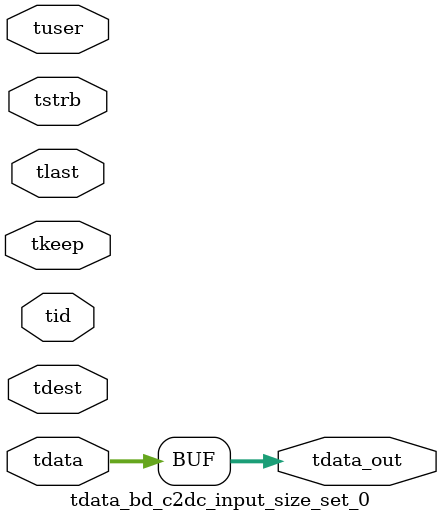
<source format=v>


`timescale 1ps/1ps

module tdata_bd_c2dc_input_size_set_0 #
(
parameter C_S_AXIS_TDATA_WIDTH = 32,
parameter C_S_AXIS_TUSER_WIDTH = 0,
parameter C_S_AXIS_TID_WIDTH   = 0,
parameter C_S_AXIS_TDEST_WIDTH = 0,
parameter C_M_AXIS_TDATA_WIDTH = 32
)
(
input  [(C_S_AXIS_TDATA_WIDTH == 0 ? 1 : C_S_AXIS_TDATA_WIDTH)-1:0     ] tdata,
input  [(C_S_AXIS_TUSER_WIDTH == 0 ? 1 : C_S_AXIS_TUSER_WIDTH)-1:0     ] tuser,
input  [(C_S_AXIS_TID_WIDTH   == 0 ? 1 : C_S_AXIS_TID_WIDTH)-1:0       ] tid,
input  [(C_S_AXIS_TDEST_WIDTH == 0 ? 1 : C_S_AXIS_TDEST_WIDTH)-1:0     ] tdest,
input  [(C_S_AXIS_TDATA_WIDTH/8)-1:0 ] tkeep,
input  [(C_S_AXIS_TDATA_WIDTH/8)-1:0 ] tstrb,
input                                                                    tlast,
output [C_M_AXIS_TDATA_WIDTH-1:0] tdata_out
);

assign tdata_out = {tdata[47:0]};

endmodule


</source>
